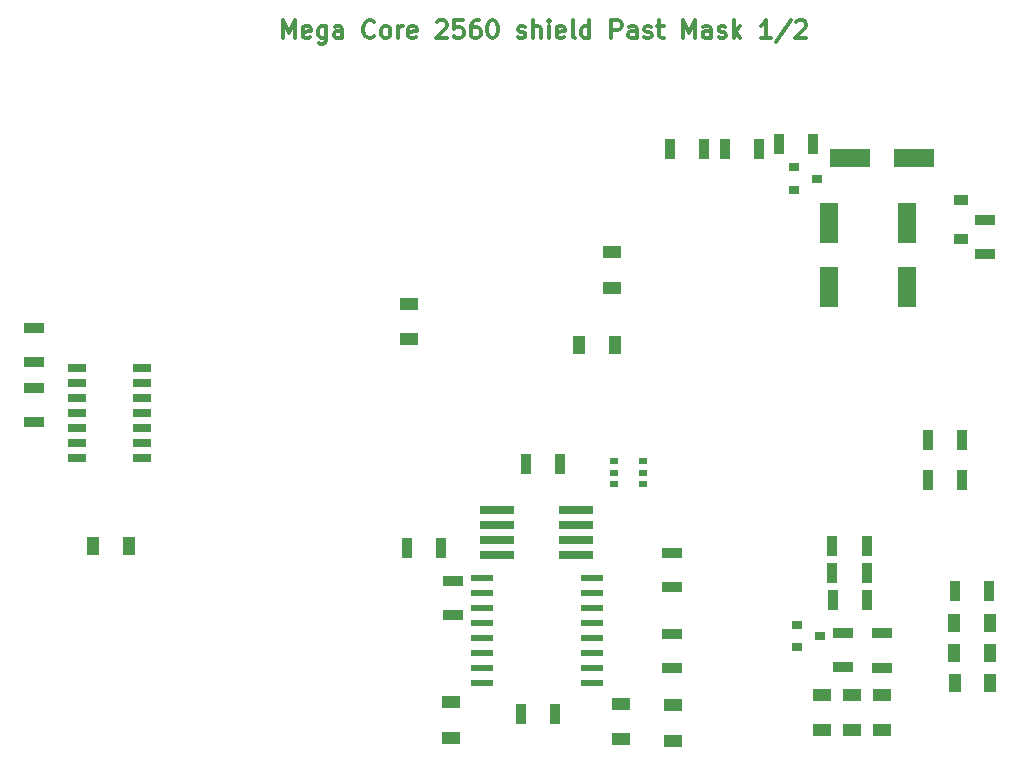
<source format=gbr>
G04 #@! TF.GenerationSoftware,KiCad,Pcbnew,(5.1.5)-3*
G04 #@! TF.CreationDate,2021-04-18T18:31:53+02:00*
G04 #@! TF.ProjectId,Mega_2560 core mini_full_2.2,4d656761-5f32-4353-9630-20636f726520,2.2*
G04 #@! TF.SameCoordinates,Original*
G04 #@! TF.FileFunction,Paste,Top*
G04 #@! TF.FilePolarity,Positive*
%FSLAX46Y46*%
G04 Gerber Fmt 4.6, Leading zero omitted, Abs format (unit mm)*
G04 Created by KiCad (PCBNEW (5.1.5)-3) date 2021-04-18 18:31:53*
%MOMM*%
%LPD*%
G04 APERTURE LIST*
%ADD10C,0.300000*%
%ADD11R,1.200000X0.900000*%
%ADD12R,1.000000X1.600000*%
%ADD13R,1.600000X1.000000*%
%ADD14R,3.500000X1.600000*%
%ADD15R,1.600000X3.500000*%
%ADD16R,1.700000X0.900000*%
%ADD17R,0.900000X1.700000*%
%ADD18R,0.900000X0.800000*%
%ADD19R,0.800000X0.550000*%
%ADD20R,1.597660X0.698500*%
%ADD21R,3.000000X0.650000*%
%ADD22R,1.980000X0.530000*%
G04 APERTURE END LIST*
D10*
X164425377Y-58113051D02*
X164425377Y-56613051D01*
X164925377Y-57684480D01*
X165425377Y-56613051D01*
X165425377Y-58113051D01*
X166711091Y-58041622D02*
X166568234Y-58113051D01*
X166282519Y-58113051D01*
X166139662Y-58041622D01*
X166068234Y-57898765D01*
X166068234Y-57327337D01*
X166139662Y-57184480D01*
X166282519Y-57113051D01*
X166568234Y-57113051D01*
X166711091Y-57184480D01*
X166782519Y-57327337D01*
X166782519Y-57470194D01*
X166068234Y-57613051D01*
X168068234Y-57113051D02*
X168068234Y-58327337D01*
X167996805Y-58470194D01*
X167925377Y-58541622D01*
X167782519Y-58613051D01*
X167568234Y-58613051D01*
X167425377Y-58541622D01*
X168068234Y-58041622D02*
X167925377Y-58113051D01*
X167639662Y-58113051D01*
X167496805Y-58041622D01*
X167425377Y-57970194D01*
X167353948Y-57827337D01*
X167353948Y-57398765D01*
X167425377Y-57255908D01*
X167496805Y-57184480D01*
X167639662Y-57113051D01*
X167925377Y-57113051D01*
X168068234Y-57184480D01*
X169425377Y-58113051D02*
X169425377Y-57327337D01*
X169353948Y-57184480D01*
X169211091Y-57113051D01*
X168925377Y-57113051D01*
X168782519Y-57184480D01*
X169425377Y-58041622D02*
X169282519Y-58113051D01*
X168925377Y-58113051D01*
X168782519Y-58041622D01*
X168711091Y-57898765D01*
X168711091Y-57755908D01*
X168782519Y-57613051D01*
X168925377Y-57541622D01*
X169282519Y-57541622D01*
X169425377Y-57470194D01*
X172139662Y-57970194D02*
X172068234Y-58041622D01*
X171853948Y-58113051D01*
X171711091Y-58113051D01*
X171496805Y-58041622D01*
X171353948Y-57898765D01*
X171282519Y-57755908D01*
X171211091Y-57470194D01*
X171211091Y-57255908D01*
X171282519Y-56970194D01*
X171353948Y-56827337D01*
X171496805Y-56684480D01*
X171711091Y-56613051D01*
X171853948Y-56613051D01*
X172068234Y-56684480D01*
X172139662Y-56755908D01*
X172996805Y-58113051D02*
X172853948Y-58041622D01*
X172782519Y-57970194D01*
X172711091Y-57827337D01*
X172711091Y-57398765D01*
X172782519Y-57255908D01*
X172853948Y-57184480D01*
X172996805Y-57113051D01*
X173211091Y-57113051D01*
X173353948Y-57184480D01*
X173425377Y-57255908D01*
X173496805Y-57398765D01*
X173496805Y-57827337D01*
X173425377Y-57970194D01*
X173353948Y-58041622D01*
X173211091Y-58113051D01*
X172996805Y-58113051D01*
X174139662Y-58113051D02*
X174139662Y-57113051D01*
X174139662Y-57398765D02*
X174211091Y-57255908D01*
X174282519Y-57184480D01*
X174425377Y-57113051D01*
X174568234Y-57113051D01*
X175639662Y-58041622D02*
X175496805Y-58113051D01*
X175211091Y-58113051D01*
X175068234Y-58041622D01*
X174996805Y-57898765D01*
X174996805Y-57327337D01*
X175068234Y-57184480D01*
X175211091Y-57113051D01*
X175496805Y-57113051D01*
X175639662Y-57184480D01*
X175711091Y-57327337D01*
X175711091Y-57470194D01*
X174996805Y-57613051D01*
X177425377Y-56755908D02*
X177496805Y-56684480D01*
X177639662Y-56613051D01*
X177996805Y-56613051D01*
X178139662Y-56684480D01*
X178211091Y-56755908D01*
X178282519Y-56898765D01*
X178282519Y-57041622D01*
X178211091Y-57255908D01*
X177353948Y-58113051D01*
X178282519Y-58113051D01*
X179639662Y-56613051D02*
X178925377Y-56613051D01*
X178853948Y-57327337D01*
X178925377Y-57255908D01*
X179068234Y-57184480D01*
X179425377Y-57184480D01*
X179568234Y-57255908D01*
X179639662Y-57327337D01*
X179711091Y-57470194D01*
X179711091Y-57827337D01*
X179639662Y-57970194D01*
X179568234Y-58041622D01*
X179425377Y-58113051D01*
X179068234Y-58113051D01*
X178925377Y-58041622D01*
X178853948Y-57970194D01*
X180996805Y-56613051D02*
X180711091Y-56613051D01*
X180568234Y-56684480D01*
X180496805Y-56755908D01*
X180353948Y-56970194D01*
X180282519Y-57255908D01*
X180282519Y-57827337D01*
X180353948Y-57970194D01*
X180425377Y-58041622D01*
X180568234Y-58113051D01*
X180853948Y-58113051D01*
X180996805Y-58041622D01*
X181068234Y-57970194D01*
X181139662Y-57827337D01*
X181139662Y-57470194D01*
X181068234Y-57327337D01*
X180996805Y-57255908D01*
X180853948Y-57184480D01*
X180568234Y-57184480D01*
X180425377Y-57255908D01*
X180353948Y-57327337D01*
X180282519Y-57470194D01*
X182068234Y-56613051D02*
X182211091Y-56613051D01*
X182353948Y-56684480D01*
X182425377Y-56755908D01*
X182496805Y-56898765D01*
X182568234Y-57184480D01*
X182568234Y-57541622D01*
X182496805Y-57827337D01*
X182425377Y-57970194D01*
X182353948Y-58041622D01*
X182211091Y-58113051D01*
X182068234Y-58113051D01*
X181925377Y-58041622D01*
X181853948Y-57970194D01*
X181782520Y-57827337D01*
X181711091Y-57541622D01*
X181711091Y-57184480D01*
X181782520Y-56898765D01*
X181853948Y-56755908D01*
X181925377Y-56684480D01*
X182068234Y-56613051D01*
X184282520Y-58041622D02*
X184425377Y-58113051D01*
X184711091Y-58113051D01*
X184853948Y-58041622D01*
X184925377Y-57898765D01*
X184925377Y-57827337D01*
X184853948Y-57684480D01*
X184711091Y-57613051D01*
X184496805Y-57613051D01*
X184353948Y-57541622D01*
X184282520Y-57398765D01*
X184282520Y-57327337D01*
X184353948Y-57184480D01*
X184496805Y-57113051D01*
X184711091Y-57113051D01*
X184853948Y-57184480D01*
X185568234Y-58113051D02*
X185568234Y-56613051D01*
X186211091Y-58113051D02*
X186211091Y-57327337D01*
X186139662Y-57184480D01*
X185996805Y-57113051D01*
X185782519Y-57113051D01*
X185639662Y-57184480D01*
X185568234Y-57255908D01*
X186925377Y-58113051D02*
X186925377Y-57113051D01*
X186925377Y-56613051D02*
X186853948Y-56684480D01*
X186925377Y-56755908D01*
X186996805Y-56684480D01*
X186925377Y-56613051D01*
X186925377Y-56755908D01*
X188211091Y-58041622D02*
X188068234Y-58113051D01*
X187782519Y-58113051D01*
X187639662Y-58041622D01*
X187568234Y-57898765D01*
X187568234Y-57327337D01*
X187639662Y-57184480D01*
X187782519Y-57113051D01*
X188068234Y-57113051D01*
X188211091Y-57184480D01*
X188282519Y-57327337D01*
X188282519Y-57470194D01*
X187568234Y-57613051D01*
X189139662Y-58113051D02*
X188996805Y-58041622D01*
X188925377Y-57898765D01*
X188925377Y-56613051D01*
X190353948Y-58113051D02*
X190353948Y-56613051D01*
X190353948Y-58041622D02*
X190211091Y-58113051D01*
X189925377Y-58113051D01*
X189782520Y-58041622D01*
X189711091Y-57970194D01*
X189639662Y-57827337D01*
X189639662Y-57398765D01*
X189711091Y-57255908D01*
X189782520Y-57184480D01*
X189925377Y-57113051D01*
X190211091Y-57113051D01*
X190353948Y-57184480D01*
X192211091Y-58113051D02*
X192211091Y-56613051D01*
X192782520Y-56613051D01*
X192925377Y-56684480D01*
X192996805Y-56755908D01*
X193068234Y-56898765D01*
X193068234Y-57113051D01*
X192996805Y-57255908D01*
X192925377Y-57327337D01*
X192782520Y-57398765D01*
X192211091Y-57398765D01*
X194353948Y-58113051D02*
X194353948Y-57327337D01*
X194282520Y-57184480D01*
X194139662Y-57113051D01*
X193853948Y-57113051D01*
X193711091Y-57184480D01*
X194353948Y-58041622D02*
X194211091Y-58113051D01*
X193853948Y-58113051D01*
X193711091Y-58041622D01*
X193639662Y-57898765D01*
X193639662Y-57755908D01*
X193711091Y-57613051D01*
X193853948Y-57541622D01*
X194211091Y-57541622D01*
X194353948Y-57470194D01*
X194996805Y-58041622D02*
X195139662Y-58113051D01*
X195425377Y-58113051D01*
X195568234Y-58041622D01*
X195639662Y-57898765D01*
X195639662Y-57827337D01*
X195568234Y-57684480D01*
X195425377Y-57613051D01*
X195211091Y-57613051D01*
X195068234Y-57541622D01*
X194996805Y-57398765D01*
X194996805Y-57327337D01*
X195068234Y-57184480D01*
X195211091Y-57113051D01*
X195425377Y-57113051D01*
X195568234Y-57184480D01*
X196068234Y-57113051D02*
X196639662Y-57113051D01*
X196282520Y-56613051D02*
X196282520Y-57898765D01*
X196353948Y-58041622D01*
X196496805Y-58113051D01*
X196639662Y-58113051D01*
X198282520Y-58113051D02*
X198282520Y-56613051D01*
X198782520Y-57684480D01*
X199282520Y-56613051D01*
X199282520Y-58113051D01*
X200639662Y-58113051D02*
X200639662Y-57327337D01*
X200568234Y-57184480D01*
X200425377Y-57113051D01*
X200139662Y-57113051D01*
X199996805Y-57184480D01*
X200639662Y-58041622D02*
X200496805Y-58113051D01*
X200139662Y-58113051D01*
X199996805Y-58041622D01*
X199925377Y-57898765D01*
X199925377Y-57755908D01*
X199996805Y-57613051D01*
X200139662Y-57541622D01*
X200496805Y-57541622D01*
X200639662Y-57470194D01*
X201282520Y-58041622D02*
X201425377Y-58113051D01*
X201711091Y-58113051D01*
X201853948Y-58041622D01*
X201925377Y-57898765D01*
X201925377Y-57827337D01*
X201853948Y-57684480D01*
X201711091Y-57613051D01*
X201496805Y-57613051D01*
X201353948Y-57541622D01*
X201282520Y-57398765D01*
X201282520Y-57327337D01*
X201353948Y-57184480D01*
X201496805Y-57113051D01*
X201711091Y-57113051D01*
X201853948Y-57184480D01*
X202568234Y-58113051D02*
X202568234Y-56613051D01*
X202711091Y-57541622D02*
X203139662Y-58113051D01*
X203139662Y-57113051D02*
X202568234Y-57684480D01*
X205711091Y-58113051D02*
X204853948Y-58113051D01*
X205282520Y-58113051D02*
X205282520Y-56613051D01*
X205139662Y-56827337D01*
X204996805Y-56970194D01*
X204853948Y-57041622D01*
X207425377Y-56541622D02*
X206139662Y-58470194D01*
X207853948Y-56755908D02*
X207925377Y-56684480D01*
X208068234Y-56613051D01*
X208425377Y-56613051D01*
X208568234Y-56684480D01*
X208639662Y-56755908D01*
X208711091Y-56898765D01*
X208711091Y-57041622D01*
X208639662Y-57255908D01*
X207782520Y-58113051D01*
X208711091Y-58113051D01*
D11*
X221838520Y-71786480D03*
X221838520Y-75086480D03*
D12*
X224227520Y-110139480D03*
X221227520Y-110139480D03*
X224227520Y-107599480D03*
X221227520Y-107599480D03*
D13*
X215107520Y-116719480D03*
X215107520Y-113719480D03*
X212567520Y-116719480D03*
X212567520Y-113719480D03*
X210027520Y-116719480D03*
X210027520Y-113719480D03*
X197454520Y-114608480D03*
X197454520Y-117608480D03*
X193009520Y-117481480D03*
X193009520Y-114481480D03*
X178658520Y-117354480D03*
X178658520Y-114354480D03*
D12*
X151329520Y-101122480D03*
X148329520Y-101122480D03*
D14*
X212407520Y-68229480D03*
X217807520Y-68229480D03*
D13*
X192247520Y-79254480D03*
X192247520Y-76254480D03*
D15*
X217266520Y-79184480D03*
X217266520Y-73784480D03*
X210662520Y-73784480D03*
X210662520Y-79184480D03*
D12*
X224267020Y-112679480D03*
X221267020Y-112679480D03*
D16*
X211805520Y-111388480D03*
X211805520Y-108488480D03*
X215107520Y-111409480D03*
X215107520Y-108509480D03*
D17*
X210937520Y-105694480D03*
X213837520Y-105694480D03*
X184521520Y-115346480D03*
X187421520Y-115346480D03*
D18*
X209884520Y-108742480D03*
X207884520Y-109692480D03*
X207884520Y-107792480D03*
X207630520Y-69057480D03*
X207630520Y-70957480D03*
X209630520Y-70007480D03*
D17*
X204746520Y-67467480D03*
X201846520Y-67467480D03*
X174922520Y-101249480D03*
X177822520Y-101249480D03*
X187855520Y-94137480D03*
X184955520Y-94137480D03*
X210916520Y-101122480D03*
X213816520Y-101122480D03*
X221891520Y-95534480D03*
X218991520Y-95534480D03*
D16*
X197327520Y-101704480D03*
X197327520Y-104604480D03*
X197327520Y-108562480D03*
X197327520Y-111462480D03*
D17*
X218991520Y-92105480D03*
X221891520Y-92105480D03*
D16*
X223870520Y-73510480D03*
X223870520Y-76410480D03*
D17*
X209318520Y-67086480D03*
X206418520Y-67086480D03*
D16*
X143352520Y-87734480D03*
X143352520Y-90634480D03*
X143352520Y-82654480D03*
X143352520Y-85554480D03*
D17*
X224177520Y-104932480D03*
X221277520Y-104932480D03*
X197147520Y-67467480D03*
X200047520Y-67467480D03*
D19*
X192444520Y-93949480D03*
X192444520Y-94899480D03*
X192444520Y-95849480D03*
X194844520Y-95849480D03*
X194844520Y-94899480D03*
X194844520Y-93949480D03*
D20*
X146954240Y-86012020D03*
X146954240Y-87282020D03*
X146954240Y-88552020D03*
X146954240Y-89819480D03*
X146954240Y-91086940D03*
X146954240Y-92356940D03*
X146954240Y-93626940D03*
X152450800Y-93626940D03*
X152450800Y-92356940D03*
X152450800Y-91086940D03*
X152450800Y-89819480D03*
X152450800Y-88552020D03*
X152450800Y-87282020D03*
X152450800Y-86012020D03*
D21*
X189247520Y-98074480D03*
X189247520Y-99344480D03*
X189247520Y-100614480D03*
X189247520Y-101884480D03*
X182547520Y-101884480D03*
X182547520Y-100614480D03*
X182547520Y-99344480D03*
X182547520Y-98074480D03*
D22*
X181212520Y-103789480D03*
X181212520Y-105059480D03*
X181212520Y-106329480D03*
X181212520Y-107599480D03*
X181212520Y-108869480D03*
X181212520Y-110139480D03*
X181212520Y-111409480D03*
X181212520Y-112679480D03*
X190582520Y-112679480D03*
X190582520Y-111409480D03*
X190582520Y-110139480D03*
X190582520Y-108869480D03*
X190582520Y-107599480D03*
X190582520Y-106329480D03*
X190582520Y-105059480D03*
X190582520Y-103789480D03*
D17*
X210916520Y-103408480D03*
X213816520Y-103408480D03*
D16*
X178785520Y-104043480D03*
X178785520Y-106943480D03*
D12*
X189477520Y-84104480D03*
X192477520Y-84104480D03*
D13*
X175102520Y-83596480D03*
X175102520Y-80596480D03*
M02*

</source>
